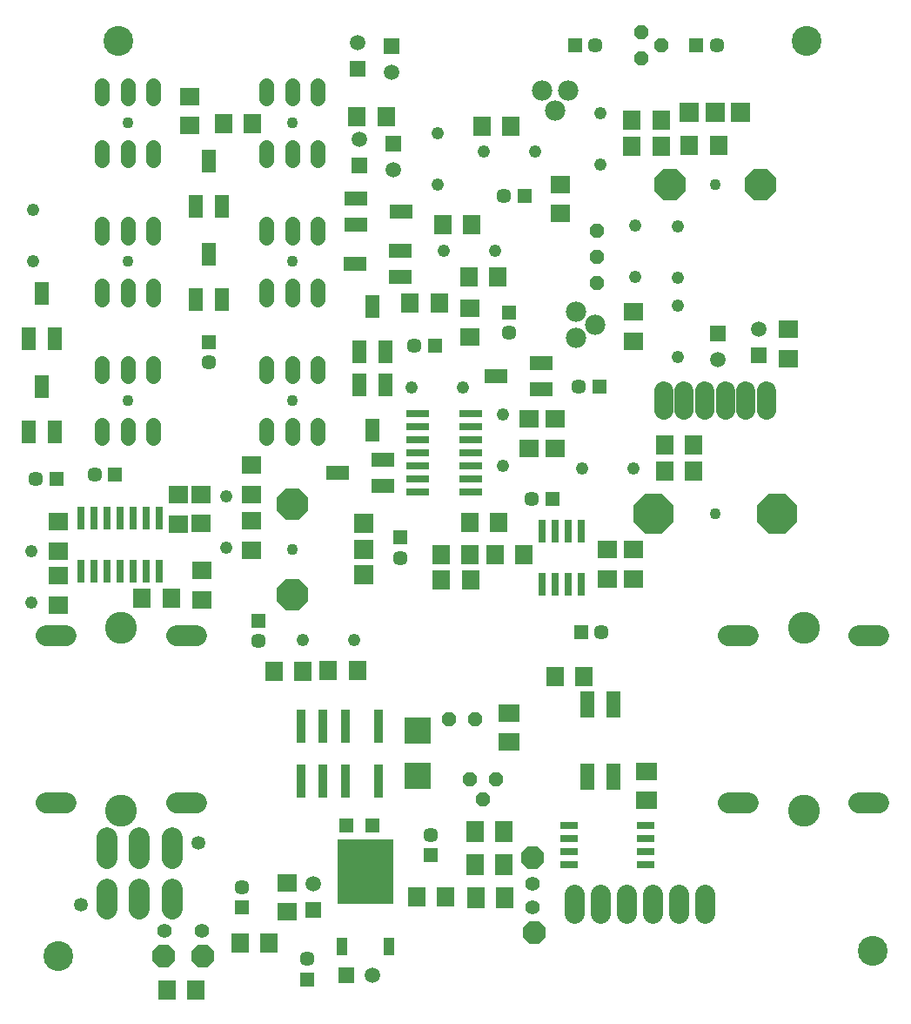
<source format=gbr>
G04 EAGLE Gerber X2 export*
%TF.Part,Single*%
%TF.FileFunction,Soldermask,Top,1*%
%TF.FilePolarity,Positive*%
%TF.GenerationSoftware,Autodesk,EAGLE,9.2.2*%
%TF.CreationDate,2019-01-08T22:45:00Z*%
G75*
%MOMM*%
%FSLAX34Y34*%
%LPD*%
%INSoldermask Top*%
%AMOC8*
5,1,8,0,0,1.08239X$1,22.5*%
G01*
%ADD10C,1.244600*%
%ADD11R,1.451600X1.451600*%
%ADD12C,1.451600*%
%ADD13R,1.701600X1.901600*%
%ADD14R,1.901600X1.701600*%
%ADD15C,1.509600*%
%ADD16R,1.509600X1.509600*%
%ADD17C,1.422400*%
%ADD18C,1.101600*%
%ADD19R,0.701600X2.301600*%
%ADD20R,2.301600X0.701600*%
%ADD21C,2.051600*%
%ADD22C,3.101600*%
%ADD23R,0.901600X3.201600*%
%ADD24P,1.539592X8X202.500000*%
%ADD25P,2.446851X8X112.500000*%
%ADD26R,1.371600X2.641600*%
%ADD27C,1.981200*%
%ADD28P,1.539592X8X292.500000*%
%ADD29P,1.539592X8X112.500000*%
%ADD30R,1.701600X1.904600*%
%ADD31R,1.422400X2.286000*%
%ADD32R,1.904600X1.701600*%
%ADD33R,2.286000X1.422400*%
%ADD34R,2.101600X1.701600*%
%ADD35R,1.701600X2.101600*%
%ADD36R,1.981200X1.981200*%
%ADD37P,3.357141X8X112.500000*%
%ADD38R,1.101600X1.701600*%
%ADD39R,5.501600X6.301600*%
%ADD40R,1.651000X0.635000*%
%ADD41P,3.357141X8X22.500000*%
%ADD42P,2.446851X8X22.500000*%
%ADD43P,2.446851X8X202.500000*%
%ADD44R,2.501600X2.501600*%
%ADD45R,1.371600X1.371600*%
%ADD46C,1.901600*%
%ADD47P,4.233877X8X22.500000*%
%ADD48C,1.981200*%
%ADD49C,1.351600*%
%ADD50C,2.901600*%
%ADD51C,1.401600*%


D10*
X369510Y377210D03*
X319510Y377210D03*
D11*
X535700Y809150D03*
D12*
X515700Y809150D03*
D11*
X520700Y695800D03*
D12*
X520700Y675800D03*
D11*
X228290Y666880D03*
D12*
X228290Y646880D03*
D11*
X608440Y623650D03*
D12*
X588440Y623650D03*
D11*
X448150Y663480D03*
D12*
X428150Y663480D03*
D13*
X534890Y460470D03*
X506890Y460470D03*
D10*
X514350Y596500D03*
X514350Y546500D03*
X244820Y466910D03*
X244820Y516910D03*
D11*
X137000Y538020D03*
D12*
X117000Y538020D03*
D11*
X562450Y514350D03*
D12*
X542450Y514350D03*
D11*
X590298Y384589D03*
D12*
X610298Y384589D03*
D10*
X55800Y413530D03*
X55800Y463530D03*
D11*
X79850Y533400D03*
D12*
X59850Y533400D03*
D10*
X591173Y543656D03*
X641173Y543656D03*
D11*
X414670Y477000D03*
D12*
X414670Y457000D03*
D11*
X276580Y395840D03*
D12*
X276580Y375840D03*
D13*
X565390Y341550D03*
X593390Y341550D03*
D10*
X684850Y652588D03*
X684850Y702588D03*
D11*
X323850Y47150D03*
D12*
X323850Y67150D03*
D13*
X287050Y82550D03*
X259050Y82550D03*
X430500Y127000D03*
X458500Y127000D03*
D11*
X444500Y167800D03*
D12*
X444500Y187800D03*
D11*
X260350Y117000D03*
D12*
X260350Y137000D03*
D14*
X304800Y113000D03*
X304800Y141000D03*
D10*
X57150Y745160D03*
X57150Y795160D03*
D11*
X702740Y955743D03*
D12*
X722740Y955743D03*
D11*
X584360Y955743D03*
D12*
X604360Y955743D03*
D10*
X609600Y839380D03*
X609600Y889380D03*
X545700Y851870D03*
X495700Y851870D03*
D15*
X387350Y50800D03*
D16*
X361950Y50800D03*
D15*
X330200Y139700D03*
D16*
X330200Y114300D03*
D17*
X334200Y708396D02*
X334200Y721604D01*
X309200Y721604D02*
X309200Y708396D01*
X284200Y708396D02*
X284200Y721604D01*
X284200Y768396D02*
X284200Y781604D01*
X309200Y781604D02*
X309200Y768396D01*
X334200Y768396D02*
X334200Y781604D01*
D18*
X309200Y745000D03*
D19*
X116220Y443900D03*
X116220Y495900D03*
X103520Y443900D03*
X128920Y443900D03*
X141620Y443900D03*
X103520Y495900D03*
X128920Y495900D03*
X141620Y495900D03*
X167020Y443900D03*
X167020Y495900D03*
X154320Y443900D03*
X179720Y443900D03*
X154320Y495900D03*
X179720Y495900D03*
D20*
X483200Y533400D03*
X431200Y533400D03*
X483200Y520700D03*
X483200Y546100D03*
X483200Y558800D03*
X431200Y520700D03*
X431200Y546100D03*
X431200Y558800D03*
X483200Y584200D03*
X431200Y584200D03*
X483200Y571500D03*
X483200Y596900D03*
X431200Y571500D03*
X431200Y596900D03*
D19*
X577850Y483200D03*
X577850Y431200D03*
X590550Y483200D03*
X565150Y483200D03*
X552450Y483200D03*
X590550Y431200D03*
X565150Y431200D03*
X552450Y431200D03*
D21*
X89050Y218850D02*
X69550Y218850D01*
X69550Y381150D02*
X89050Y381150D01*
X196550Y218850D02*
X216050Y218850D01*
X216050Y381150D02*
X196550Y381150D01*
D22*
X142800Y211100D03*
X142800Y388900D03*
D23*
X393600Y293200D03*
X361600Y293200D03*
X339600Y293200D03*
X317600Y293200D03*
X393600Y240200D03*
X361600Y240200D03*
X339600Y240200D03*
X317600Y240200D03*
D24*
X487700Y300000D03*
X462300Y300000D03*
D25*
X543560Y165100D03*
X544560Y92280D03*
D17*
X334200Y843396D02*
X334200Y856604D01*
X309200Y856604D02*
X309200Y843396D01*
X284200Y843396D02*
X284200Y856604D01*
X284200Y903396D02*
X284200Y916604D01*
X309200Y916604D02*
X309200Y903396D01*
X334200Y903396D02*
X334200Y916604D01*
D18*
X309200Y880000D03*
D17*
X124200Y903396D02*
X124200Y916604D01*
X149200Y916604D02*
X149200Y903396D01*
X174200Y903396D02*
X174200Y916604D01*
X174200Y856604D02*
X174200Y843396D01*
X149200Y843396D02*
X149200Y856604D01*
X124200Y856604D02*
X124200Y843396D01*
D18*
X149200Y880000D03*
D26*
X596900Y244400D03*
X622300Y244400D03*
X622300Y314400D03*
X596900Y314400D03*
D21*
X861050Y381150D02*
X880550Y381150D01*
X880550Y218850D02*
X861050Y218850D01*
X753550Y381150D02*
X734050Y381150D01*
X734050Y218850D02*
X753550Y218850D01*
D22*
X807300Y388900D03*
X807300Y211100D03*
D27*
X577850Y911320D03*
X565150Y892270D03*
X552450Y911320D03*
D28*
X649240Y943045D03*
X668290Y955745D03*
X649240Y968445D03*
D29*
X605467Y775216D03*
X605467Y749816D03*
X605467Y724416D03*
D27*
X585360Y696580D03*
X604410Y683880D03*
X585360Y671180D03*
D30*
X454140Y460470D03*
X482580Y460470D03*
X522220Y876490D03*
X493780Y876490D03*
X639830Y882650D03*
X668270Y882650D03*
X401030Y886260D03*
X372590Y886260D03*
X484120Y781050D03*
X455680Y781050D03*
D31*
X374620Y657450D03*
X387350Y701450D03*
X400080Y657450D03*
D30*
X668270Y857250D03*
X639830Y857250D03*
D32*
X570150Y820290D03*
X570150Y791850D03*
X482600Y671580D03*
X482600Y700020D03*
D30*
X509520Y730250D03*
X481080Y730250D03*
D32*
X641350Y696370D03*
X641350Y667930D03*
X792270Y679260D03*
X792270Y650820D03*
D33*
X551940Y620540D03*
X507940Y633270D03*
X551940Y646000D03*
X414430Y730220D03*
X370430Y742950D03*
X414430Y755680D03*
D31*
X400080Y625250D03*
X387350Y581250D03*
X374620Y625250D03*
D32*
X221710Y444770D03*
X221710Y416330D03*
D30*
X163390Y417370D03*
X191830Y417370D03*
D31*
X53310Y579440D03*
X66040Y623440D03*
X78770Y579440D03*
X53310Y669819D03*
X66040Y713819D03*
X78770Y669819D03*
D32*
X81390Y411230D03*
X81390Y439670D03*
X641350Y436630D03*
X641350Y465070D03*
D30*
X423930Y704850D03*
X452370Y704850D03*
D31*
X215870Y707900D03*
X228600Y751900D03*
X241330Y707900D03*
X215870Y798420D03*
X228600Y842420D03*
X241330Y798420D03*
D32*
X269930Y518640D03*
X269930Y547080D03*
D30*
X291360Y346930D03*
X319800Y346930D03*
D33*
X397920Y527020D03*
X353920Y539750D03*
X397920Y552480D03*
D34*
X520700Y278100D03*
X520700Y306100D03*
D30*
X454310Y435390D03*
X482750Y435390D03*
D32*
X615950Y436630D03*
X615950Y465070D03*
D30*
X481860Y491410D03*
X510300Y491410D03*
D35*
X515650Y190500D03*
X487650Y190500D03*
D32*
X565150Y592070D03*
X565150Y563630D03*
D30*
X700020Y541290D03*
X671580Y541290D03*
X700020Y566880D03*
X671580Y566880D03*
D35*
X487650Y158750D03*
X515650Y158750D03*
D34*
X654050Y248950D03*
X654050Y220950D03*
D30*
X372970Y347730D03*
X344530Y347730D03*
D32*
X539750Y563630D03*
X539750Y592070D03*
X81390Y492010D03*
X81390Y463570D03*
X269620Y464670D03*
X269620Y493110D03*
X220590Y490250D03*
X220590Y518690D03*
X198840Y490010D03*
X198840Y518450D03*
X209550Y877320D03*
X209550Y905760D03*
D36*
X695800Y890000D03*
X720800Y890000D03*
X745800Y890000D03*
D37*
X676800Y820000D03*
X764800Y820000D03*
D18*
X720800Y820000D03*
D15*
X374650Y863600D03*
D16*
X374650Y838200D03*
D15*
X407670Y834390D03*
D16*
X407670Y859790D03*
D15*
X723362Y650113D03*
D16*
X723362Y675513D03*
D15*
X763270Y679450D03*
D16*
X763270Y654050D03*
D38*
X358200Y79000D03*
X403800Y79000D03*
D39*
X381000Y152000D03*
D40*
X578866Y196850D03*
X578866Y184150D03*
X578866Y171450D03*
X578866Y158750D03*
X653034Y158750D03*
X653034Y171450D03*
X653034Y184150D03*
X653034Y196850D03*
D36*
X379200Y490400D03*
X379200Y465400D03*
X379200Y440400D03*
D41*
X309200Y509400D03*
X309200Y421400D03*
D18*
X309200Y465400D03*
D33*
X371700Y806480D03*
X415700Y793750D03*
X371700Y781020D03*
D17*
X124200Y781604D02*
X124200Y768396D01*
X149200Y768396D02*
X149200Y781604D01*
X174200Y781604D02*
X174200Y768396D01*
X174200Y721604D02*
X174200Y708396D01*
X149200Y708396D02*
X149200Y721604D01*
X124200Y721604D02*
X124200Y708396D01*
D18*
X149200Y745000D03*
D42*
X184150Y69850D03*
D43*
X222250Y69850D03*
D44*
X431800Y288700D03*
X431800Y244700D03*
D45*
X361950Y196850D03*
X387350Y196850D03*
D46*
X690800Y601000D02*
X690800Y619000D01*
X670800Y619000D02*
X670800Y601000D01*
X770800Y601000D02*
X770800Y619000D01*
X710800Y619000D02*
X710800Y601000D01*
X730800Y601000D02*
X730800Y619000D01*
X750800Y619000D02*
X750800Y601000D01*
D47*
X660800Y500000D03*
X780800Y500000D03*
D18*
X720800Y500000D03*
D48*
X711200Y130048D02*
X711200Y111252D01*
X685800Y111252D02*
X685800Y130048D01*
X660400Y130048D02*
X660400Y111252D01*
X635000Y111252D02*
X635000Y130048D01*
X609600Y130048D02*
X609600Y111252D01*
X584200Y111252D02*
X584200Y130048D01*
D21*
X128800Y135000D02*
X128800Y115500D01*
X160800Y115500D02*
X160800Y135000D01*
X192800Y135000D02*
X192800Y115500D01*
X192800Y165000D02*
X192800Y184500D01*
X160800Y184500D02*
X160800Y165000D01*
X128800Y165000D02*
X128800Y184500D01*
D49*
X103800Y120000D03*
X217800Y180000D03*
D50*
X140000Y960000D03*
X810000Y960000D03*
D10*
X507200Y755650D03*
X457200Y755650D03*
X475450Y622300D03*
X425450Y622300D03*
X643046Y779801D03*
X643046Y729801D03*
X450850Y869550D03*
X450850Y819550D03*
D15*
X406080Y929020D03*
D16*
X406080Y954420D03*
D15*
X372790Y957500D03*
D16*
X372790Y932100D03*
D24*
X482600Y241300D03*
X495300Y222250D03*
X508000Y241300D03*
D30*
X242320Y878840D03*
X270760Y878840D03*
X724140Y857780D03*
X695700Y857780D03*
D17*
X124200Y646604D02*
X124200Y633396D01*
X149200Y633396D02*
X149200Y646604D01*
X174200Y646604D02*
X174200Y633396D01*
X174200Y586604D02*
X174200Y573396D01*
X149200Y573396D02*
X149200Y586604D01*
X124200Y586604D02*
X124200Y573396D01*
D18*
X149200Y610000D03*
D17*
X334200Y586604D02*
X334200Y573396D01*
X309200Y573396D02*
X309200Y586604D01*
X284200Y586604D02*
X284200Y573396D01*
X284200Y633396D02*
X284200Y646604D01*
X309200Y646604D02*
X309200Y633396D01*
X334200Y633396D02*
X334200Y646604D01*
D18*
X309200Y610000D03*
D10*
X684919Y729425D03*
X684919Y779425D03*
D50*
X81480Y69880D03*
X874680Y74500D03*
D51*
X184780Y93940D03*
X221740Y93940D03*
X543600Y117040D03*
X543600Y140140D03*
D13*
X187720Y36960D03*
X215720Y36960D03*
D35*
X515904Y126365D03*
X487904Y126365D03*
M02*

</source>
